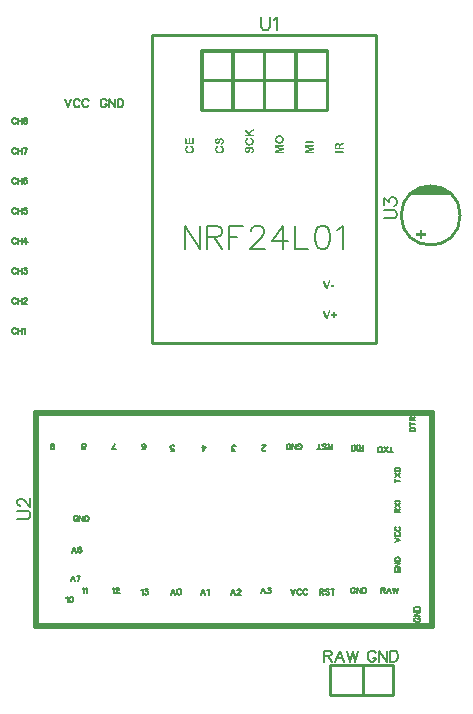
<source format=gto>
G04 Layer: TopSilkscreenLayer*
G04 EasyEDA v6.5.46, 2025-08-30 12:54:10*
G04 04c061e2933c4fd480ff2fcb95437ea8,10*
G04 Gerber Generator version 0.2*
G04 Scale: 100 percent, Rotated: No, Reflected: No *
G04 Dimensions in millimeters *
G04 leading zeros omitted , absolute positions ,4 integer and 5 decimal *
%FSLAX45Y45*%
%MOMM*%

%ADD10C,0.1500*%
%ADD11C,0.2032*%
%ADD12C,0.1524*%
%ADD13C,0.2540*%

%LPD*%
G36*
X2992628Y-1323848D02*
G01*
X2990697Y-1324203D01*
X2987548Y-1325372D01*
X2983738Y-1327200D01*
X2979420Y-1329690D01*
X2975051Y-1332687D01*
X2971038Y-1336040D01*
X2967482Y-1339545D01*
X2966059Y-1341424D01*
X2964942Y-1343406D01*
X2963773Y-1339037D01*
X2962198Y-1335278D01*
X2960319Y-1332179D01*
X2958084Y-1329690D01*
X2955493Y-1327708D01*
X2952496Y-1326235D01*
X2949143Y-1325422D01*
X2945384Y-1325118D01*
X2941523Y-1325422D01*
X2938018Y-1326388D01*
X2934665Y-1328013D01*
X2931668Y-1330452D01*
X2929382Y-1333195D01*
X2927604Y-1336294D01*
X2926588Y-1339291D01*
X2925724Y-1346403D01*
X2925572Y-1368806D01*
X2936494Y-1368806D01*
X2936544Y-1352092D01*
X2937052Y-1347012D01*
X2937510Y-1345438D01*
X2939034Y-1343152D01*
X2941066Y-1341374D01*
X2943453Y-1340256D01*
X2946146Y-1339850D01*
X2947974Y-1339951D01*
X2951022Y-1340866D01*
X2952242Y-1341628D01*
X2954020Y-1344015D01*
X2955290Y-1347216D01*
X2956052Y-1351127D01*
X2956306Y-1355852D01*
X2956306Y-1368806D01*
X2925572Y-1368806D01*
X2925724Y-1376629D01*
X2926080Y-1378508D01*
X2926740Y-1380083D01*
X2927604Y-1381252D01*
X2928874Y-1382115D01*
X2930448Y-1382776D01*
X2932328Y-1383182D01*
X2991612Y-1383182D01*
X2993390Y-1382826D01*
X2994914Y-1382268D01*
X2996184Y-1381506D01*
X2997200Y-1380388D01*
X2997911Y-1379169D01*
X2998317Y-1377746D01*
X2998470Y-1376172D01*
X2998317Y-1374597D01*
X2997911Y-1373174D01*
X2997200Y-1371955D01*
X2995015Y-1369923D01*
X2993542Y-1369314D01*
X2991713Y-1368907D01*
X2966466Y-1368806D01*
X2966567Y-1361897D01*
X2967177Y-1358747D01*
X2968345Y-1356106D01*
X2970123Y-1353566D01*
X2971292Y-1352296D01*
X2974695Y-1349756D01*
X2979420Y-1346708D01*
X2995269Y-1337157D01*
X2996641Y-1335786D01*
X2997758Y-1334109D01*
X2998368Y-1331925D01*
X2998419Y-1329740D01*
X2998063Y-1327962D01*
X2997200Y-1326438D01*
X2995422Y-1324610D01*
X2994101Y-1324051D01*
G37*
G36*
X2933192Y-1399540D02*
G01*
X2929229Y-1400048D01*
X2927756Y-1400657D01*
X2925572Y-1402689D01*
X2924860Y-1403908D01*
X2924454Y-1405331D01*
X2924302Y-1406906D01*
X2924454Y-1408379D01*
X2924860Y-1409700D01*
X2925572Y-1410919D01*
X2926588Y-1411986D01*
X2927858Y-1412849D01*
X2929382Y-1413510D01*
X2933192Y-1414018D01*
X2989580Y-1414018D01*
X2993390Y-1413510D01*
X2994914Y-1412849D01*
X2996184Y-1411986D01*
X2997200Y-1410919D01*
X2997911Y-1409700D01*
X2998317Y-1408379D01*
X2998470Y-1406906D01*
X2998317Y-1405331D01*
X2997911Y-1403908D01*
X2997200Y-1402689D01*
X2995015Y-1400657D01*
X2993542Y-1400048D01*
X2989580Y-1399540D01*
G37*
G36*
X2679192Y-1316228D02*
G01*
X2677058Y-1316329D01*
X2675229Y-1316736D01*
X2673756Y-1317396D01*
X2672588Y-1318260D01*
X2671572Y-1319377D01*
X2670860Y-1320596D01*
X2670454Y-1322019D01*
X2670302Y-1323594D01*
X2670454Y-1325067D01*
X2670860Y-1326388D01*
X2671572Y-1327607D01*
X2672588Y-1328674D01*
X2673858Y-1329537D01*
X2675382Y-1330198D01*
X2679192Y-1330706D01*
X2735580Y-1330706D01*
X2739390Y-1330198D01*
X2740914Y-1329588D01*
X2742184Y-1328674D01*
X2743200Y-1327607D01*
X2743911Y-1326388D01*
X2744317Y-1325067D01*
X2744470Y-1323594D01*
X2744317Y-1322019D01*
X2743911Y-1320596D01*
X2743200Y-1319377D01*
X2741015Y-1317345D01*
X2739542Y-1316736D01*
X2737713Y-1316329D01*
G37*
G36*
X2679700Y-1346200D02*
G01*
X2677515Y-1346352D01*
X2675686Y-1346809D01*
X2674315Y-1347622D01*
X2672588Y-1350010D01*
X2671673Y-1353159D01*
X2671572Y-1359662D01*
X2671775Y-1363167D01*
X2672334Y-1365504D01*
X2673350Y-1367231D01*
X2674874Y-1368298D01*
X2681224Y-1370330D01*
X2720340Y-1380744D01*
X2679192Y-1391666D01*
X2676042Y-1392682D01*
X2674061Y-1393647D01*
X2672791Y-1394917D01*
X2671978Y-1396847D01*
X2671622Y-1399794D01*
X2671673Y-1408176D01*
X2672029Y-1409954D01*
X2672588Y-1411478D01*
X2674315Y-1413865D01*
X2675686Y-1414627D01*
X2677515Y-1415135D01*
X2679700Y-1415288D01*
X2736342Y-1415288D01*
X2739898Y-1414780D01*
X2741320Y-1414119D01*
X2743352Y-1412290D01*
X2744368Y-1410004D01*
X2744368Y-1407210D01*
X2743352Y-1404670D01*
X2742438Y-1403604D01*
X2741320Y-1402842D01*
X2739898Y-1402283D01*
X2738221Y-1401927D01*
X2686812Y-1401826D01*
X2737815Y-1388973D01*
X2741269Y-1387297D01*
X2742641Y-1385925D01*
X2743758Y-1384147D01*
X2744368Y-1381963D01*
X2744368Y-1379169D01*
X2744012Y-1377746D01*
X2742692Y-1375410D01*
X2740863Y-1373886D01*
X2738882Y-1372870D01*
X2732532Y-1371092D01*
X2686812Y-1359408D01*
X2738221Y-1359306D01*
X2739898Y-1358950D01*
X2741320Y-1358392D01*
X2742438Y-1357630D01*
X2743352Y-1356664D01*
X2743962Y-1355547D01*
X2744368Y-1354226D01*
X2744368Y-1351381D01*
X2743962Y-1350060D01*
X2743352Y-1348943D01*
X2742438Y-1347978D01*
X2741320Y-1347216D01*
X2739898Y-1346657D01*
X2738221Y-1346301D01*
G37*
G36*
X2453386Y-1264412D02*
G01*
X2447899Y-1264666D01*
X2442768Y-1265428D01*
X2438095Y-1266698D01*
X2433828Y-1268476D01*
X2429865Y-1270863D01*
X2426411Y-1273657D01*
X2423414Y-1276959D01*
X2420874Y-1280668D01*
X2418892Y-1284833D01*
X2417470Y-1289354D01*
X2416606Y-1294333D01*
X2416302Y-1299718D01*
X2427986Y-1299718D01*
X2428138Y-1296771D01*
X2428697Y-1293977D01*
X2429560Y-1291437D01*
X2430780Y-1289050D01*
X2432456Y-1286764D01*
X2434539Y-1284782D01*
X2436926Y-1283106D01*
X2439670Y-1281684D01*
X2442616Y-1280566D01*
X2445816Y-1279753D01*
X2449322Y-1279296D01*
X2453132Y-1279144D01*
X2457297Y-1279296D01*
X2461056Y-1279855D01*
X2464511Y-1280718D01*
X2467610Y-1281938D01*
X2470302Y-1283462D01*
X2472639Y-1285189D01*
X2474518Y-1287119D01*
X2475992Y-1289304D01*
X2477211Y-1291742D01*
X2478074Y-1294333D01*
X2478633Y-1296974D01*
X2478684Y-1301851D01*
X2477922Y-1305763D01*
X2476398Y-1309319D01*
X2473960Y-1312519D01*
X2470708Y-1315262D01*
X2466644Y-1317396D01*
X2464308Y-1318260D01*
X2458974Y-1319377D01*
X2453132Y-1319784D01*
X2447340Y-1319428D01*
X2442210Y-1318260D01*
X2437841Y-1316482D01*
X2435961Y-1315415D01*
X2434336Y-1314196D01*
X2431592Y-1311198D01*
X2429510Y-1307846D01*
X2428341Y-1303934D01*
X2427986Y-1299718D01*
X2416302Y-1299718D01*
X2416454Y-1303782D01*
X2416911Y-1307592D01*
X2417724Y-1311148D01*
X2418842Y-1314450D01*
X2420366Y-1317498D01*
X2422144Y-1320342D01*
X2424176Y-1322984D01*
X2426462Y-1325372D01*
X2429002Y-1327505D01*
X2431796Y-1329385D01*
X2434844Y-1330960D01*
X2438146Y-1332230D01*
X2441651Y-1333246D01*
X2445308Y-1333957D01*
X2449169Y-1334363D01*
X2453132Y-1334516D01*
X2457094Y-1334363D01*
X2460955Y-1333957D01*
X2464612Y-1333246D01*
X2468118Y-1332230D01*
X2471521Y-1330960D01*
X2474671Y-1329436D01*
X2477516Y-1327658D01*
X2480056Y-1325626D01*
X2482342Y-1323187D01*
X2484374Y-1320546D01*
X2486152Y-1317599D01*
X2487676Y-1314450D01*
X2488895Y-1311046D01*
X2489758Y-1307388D01*
X2490317Y-1303528D01*
X2490470Y-1299464D01*
X2490317Y-1295400D01*
X2489758Y-1291539D01*
X2488895Y-1287881D01*
X2487676Y-1284478D01*
X2486253Y-1281328D01*
X2484475Y-1278432D01*
X2482443Y-1275842D01*
X2477516Y-1271422D01*
X2474722Y-1269542D01*
X2471674Y-1267968D01*
X2468372Y-1266698D01*
X2464866Y-1265682D01*
X2461209Y-1264970D01*
X2457348Y-1264564D01*
G37*
G36*
X2425700Y-1346200D02*
G01*
X2423515Y-1346352D01*
X2421686Y-1346809D01*
X2420315Y-1347622D01*
X2418588Y-1350010D01*
X2417673Y-1353159D01*
X2417572Y-1359662D01*
X2417775Y-1363167D01*
X2418334Y-1365504D01*
X2419350Y-1367231D01*
X2420874Y-1368298D01*
X2427224Y-1370330D01*
X2466340Y-1380744D01*
X2425192Y-1391666D01*
X2422042Y-1392682D01*
X2420061Y-1393647D01*
X2418791Y-1394917D01*
X2417978Y-1396847D01*
X2417622Y-1399794D01*
X2417673Y-1408176D01*
X2418029Y-1409954D01*
X2418588Y-1411478D01*
X2420315Y-1413865D01*
X2421686Y-1414627D01*
X2423515Y-1415135D01*
X2425700Y-1415288D01*
X2482342Y-1415288D01*
X2485898Y-1414780D01*
X2487320Y-1414119D01*
X2489352Y-1412290D01*
X2490368Y-1410004D01*
X2490368Y-1407210D01*
X2489352Y-1404670D01*
X2488438Y-1403604D01*
X2487320Y-1402842D01*
X2485898Y-1402283D01*
X2484221Y-1401927D01*
X2432812Y-1401826D01*
X2483815Y-1388973D01*
X2487269Y-1387297D01*
X2488641Y-1385925D01*
X2489758Y-1384147D01*
X2490368Y-1381963D01*
X2490368Y-1379169D01*
X2490012Y-1377746D01*
X2488692Y-1375410D01*
X2486863Y-1373886D01*
X2484882Y-1372870D01*
X2478532Y-1371092D01*
X2432812Y-1359408D01*
X2484221Y-1359306D01*
X2485898Y-1358950D01*
X2487320Y-1358392D01*
X2488438Y-1357630D01*
X2489352Y-1356664D01*
X2489962Y-1355547D01*
X2490368Y-1354226D01*
X2490368Y-1351381D01*
X2489962Y-1350060D01*
X2489352Y-1348943D01*
X2488438Y-1347978D01*
X2487320Y-1347216D01*
X2485898Y-1346657D01*
X2484221Y-1346301D01*
G37*
G36*
X2230628Y-1212850D02*
G01*
X2228342Y-1213104D01*
X2226056Y-1213866D01*
X2223566Y-1215186D01*
X2191766Y-1237488D01*
X2173478Y-1218285D01*
X2171903Y-1217218D01*
X2170277Y-1216609D01*
X2168652Y-1216406D01*
X2167432Y-1216507D01*
X2165248Y-1217523D01*
X2163470Y-1219504D01*
X2162810Y-1220724D01*
X2162403Y-1222044D01*
X2162352Y-1224635D01*
X2162860Y-1226515D01*
X2163927Y-1228140D01*
X2165553Y-1229918D01*
X2196338Y-1259332D01*
X2171192Y-1259332D01*
X2167229Y-1259840D01*
X2165756Y-1260449D01*
X2163572Y-1262481D01*
X2162860Y-1263700D01*
X2162454Y-1265123D01*
X2162302Y-1266698D01*
X2162454Y-1268272D01*
X2162860Y-1269644D01*
X2163572Y-1270812D01*
X2165858Y-1272641D01*
X2167382Y-1273302D01*
X2171192Y-1273810D01*
X2227427Y-1273759D01*
X2231339Y-1273352D01*
X2232914Y-1272794D01*
X2234336Y-1271625D01*
X2235454Y-1270254D01*
X2236216Y-1268476D01*
X2236470Y-1266698D01*
X2236317Y-1265123D01*
X2235911Y-1263700D01*
X2235200Y-1262481D01*
X2233015Y-1260449D01*
X2231542Y-1259840D01*
X2229713Y-1259433D01*
X2212848Y-1259332D01*
X2201418Y-1247394D01*
X2232710Y-1227175D01*
X2234488Y-1225651D01*
X2235758Y-1223721D01*
X2236368Y-1221181D01*
X2236368Y-1218234D01*
X2235454Y-1215694D01*
X2234692Y-1214628D01*
X2232761Y-1213307D01*
X2231745Y-1212951D01*
G37*
G36*
X2184146Y-1287018D02*
G01*
X2181809Y-1287272D01*
X2179421Y-1287983D01*
X2176983Y-1289151D01*
X2174494Y-1290828D01*
X2172055Y-1292809D01*
X2169820Y-1295146D01*
X2167737Y-1297889D01*
X2165858Y-1300988D01*
X2164283Y-1304544D01*
X2163165Y-1308303D01*
X2162505Y-1312265D01*
X2162302Y-1316482D01*
X2162454Y-1319987D01*
X2162911Y-1323390D01*
X2163724Y-1326743D01*
X2164842Y-1329944D01*
X2166264Y-1333042D01*
X2167940Y-1335887D01*
X2169922Y-1338630D01*
X2172208Y-1341120D01*
X2174849Y-1343253D01*
X2177745Y-1345184D01*
X2180844Y-1346860D01*
X2184146Y-1348232D01*
X2187600Y-1349349D01*
X2191258Y-1350111D01*
X2195220Y-1350619D01*
X2202027Y-1350721D01*
X2207107Y-1350213D01*
X2211933Y-1349197D01*
X2216353Y-1347673D01*
X2220518Y-1345641D01*
X2224328Y-1343253D01*
X2227732Y-1340307D01*
X2230678Y-1336903D01*
X2232964Y-1333042D01*
X2234742Y-1328724D01*
X2235911Y-1324051D01*
X2236419Y-1318971D01*
X2236317Y-1312519D01*
X2235860Y-1309116D01*
X2235047Y-1305915D01*
X2232710Y-1300327D01*
X2231288Y-1297940D01*
X2229662Y-1295755D01*
X2225903Y-1292199D01*
X2221992Y-1289558D01*
X2219960Y-1288542D01*
X2216099Y-1287373D01*
X2212594Y-1287018D01*
X2211273Y-1287119D01*
X2208987Y-1288034D01*
X2207260Y-1289710D01*
X2206345Y-1291894D01*
X2206345Y-1294536D01*
X2207260Y-1296822D01*
X2208022Y-1297686D01*
X2210054Y-1298905D01*
X2215438Y-1301140D01*
X2217928Y-1302562D01*
X2220010Y-1304290D01*
X2221738Y-1306322D01*
X2223058Y-1308608D01*
X2224024Y-1311148D01*
X2224582Y-1313942D01*
X2224786Y-1316990D01*
X2224633Y-1319834D01*
X2224176Y-1322476D01*
X2223363Y-1324914D01*
X2222246Y-1327150D01*
X2220671Y-1329080D01*
X2218740Y-1330807D01*
X2216505Y-1332382D01*
X2213864Y-1333754D01*
X2210917Y-1334770D01*
X2207564Y-1335481D01*
X2203907Y-1335887D01*
X2199894Y-1336040D01*
X2194001Y-1335684D01*
X2188870Y-1334719D01*
X2184349Y-1333042D01*
X2180590Y-1330706D01*
X2177694Y-1327810D01*
X2175611Y-1324457D01*
X2174392Y-1320698D01*
X2173986Y-1316482D01*
X2174138Y-1313789D01*
X2174595Y-1311351D01*
X2175408Y-1309116D01*
X2176526Y-1307084D01*
X2178050Y-1305255D01*
X2179878Y-1303528D01*
X2187194Y-1298752D01*
X2188972Y-1297178D01*
X2190140Y-1295552D01*
X2190496Y-1293114D01*
X2189988Y-1290777D01*
X2188464Y-1288796D01*
X2186482Y-1287475D01*
X2185365Y-1287119D01*
G37*
G36*
X2213610Y-1360170D02*
G01*
X2211019Y-1360271D01*
X2206447Y-1361287D01*
X2202738Y-1363218D01*
X2199690Y-1365859D01*
X2197150Y-1369314D01*
X2195118Y-1373479D01*
X2191766Y-1383893D01*
X2189632Y-1392529D01*
X2188057Y-1396746D01*
X2186889Y-1398828D01*
X2185619Y-1400454D01*
X2183993Y-1401622D01*
X2182114Y-1402232D01*
X2181098Y-1402334D01*
X2179421Y-1402130D01*
X2177846Y-1401419D01*
X2176475Y-1400352D01*
X2174138Y-1397000D01*
X2173325Y-1394917D01*
X2172868Y-1392529D01*
X2172716Y-1389888D01*
X2172868Y-1387043D01*
X2173274Y-1384604D01*
X2173986Y-1382623D01*
X2175002Y-1380998D01*
X2177745Y-1378458D01*
X2183739Y-1374902D01*
X2185416Y-1373378D01*
X2186381Y-1371854D01*
X2186686Y-1369822D01*
X2186584Y-1368501D01*
X2185568Y-1366215D01*
X2183485Y-1364386D01*
X2182317Y-1363726D01*
X2179828Y-1363218D01*
X2176983Y-1363573D01*
X2173986Y-1364742D01*
X2171192Y-1366621D01*
X2168398Y-1369314D01*
X2167077Y-1371041D01*
X2164943Y-1375105D01*
X2163318Y-1379982D01*
X2162403Y-1385671D01*
X2162454Y-1392834D01*
X2162911Y-1396492D01*
X2163724Y-1399946D01*
X2164842Y-1403096D01*
X2166213Y-1405991D01*
X2167890Y-1408480D01*
X2169820Y-1410665D01*
X2171954Y-1412494D01*
X2174341Y-1413916D01*
X2176830Y-1414983D01*
X2179523Y-1415592D01*
X2182368Y-1415796D01*
X2185416Y-1415592D01*
X2188159Y-1415034D01*
X2190597Y-1414068D01*
X2192782Y-1412748D01*
X2194712Y-1411071D01*
X2196439Y-1409141D01*
X2198014Y-1406906D01*
X2200605Y-1401673D01*
X2202789Y-1395171D01*
X2205990Y-1382268D01*
X2207514Y-1379220D01*
X2209546Y-1376680D01*
X2210765Y-1375664D01*
X2212136Y-1374952D01*
X2213711Y-1374546D01*
X2215388Y-1374394D01*
X2217470Y-1374648D01*
X2219401Y-1375410D01*
X2221128Y-1376680D01*
X2222754Y-1378458D01*
X2224074Y-1380642D01*
X2225040Y-1383131D01*
X2225598Y-1385976D01*
X2225802Y-1389126D01*
X2225446Y-1393240D01*
X2224278Y-1396492D01*
X2222550Y-1399184D01*
X2220468Y-1401064D01*
X2214880Y-1404112D01*
X2212289Y-1405229D01*
X2210562Y-1406652D01*
X2209393Y-1408379D01*
X2209038Y-1410462D01*
X2209139Y-1411884D01*
X2209495Y-1413205D01*
X2210816Y-1415288D01*
X2213000Y-1416608D01*
X2214168Y-1416964D01*
X2215388Y-1417066D01*
X2217674Y-1416862D01*
X2220010Y-1416304D01*
X2222398Y-1415338D01*
X2224786Y-1414018D01*
X2227072Y-1412392D01*
X2229104Y-1410512D01*
X2230882Y-1408430D01*
X2232406Y-1406144D01*
X2234184Y-1402486D01*
X2235454Y-1398320D01*
X2236216Y-1393698D01*
X2236470Y-1388618D01*
X2236266Y-1384350D01*
X2235708Y-1380337D01*
X2234742Y-1376730D01*
X2233422Y-1373378D01*
X2231847Y-1370279D01*
X2230018Y-1367586D01*
X2227783Y-1365351D01*
X2225294Y-1363472D01*
X2222652Y-1362049D01*
X2219807Y-1360982D01*
X2216810Y-1360373D01*
G37*
G36*
X1959610Y-1286256D02*
G01*
X1957019Y-1286357D01*
X1952447Y-1287272D01*
X1950466Y-1288034D01*
X1947164Y-1290370D01*
X1944370Y-1293368D01*
X1942084Y-1297228D01*
X1940306Y-1301750D01*
X1937004Y-1312672D01*
X1935225Y-1319784D01*
X1934514Y-1321816D01*
X1932279Y-1325676D01*
X1930907Y-1327150D01*
X1929079Y-1327912D01*
X1927098Y-1328166D01*
X1925421Y-1327962D01*
X1923846Y-1327353D01*
X1922475Y-1326286D01*
X1921256Y-1324864D01*
X1920138Y-1322984D01*
X1919325Y-1320800D01*
X1918868Y-1318361D01*
X1918716Y-1315720D01*
X1918868Y-1312875D01*
X1919274Y-1310487D01*
X1919986Y-1308557D01*
X1921002Y-1307084D01*
X1923745Y-1304493D01*
X1929739Y-1300784D01*
X1931416Y-1299464D01*
X1932381Y-1297889D01*
X1932686Y-1295654D01*
X1932584Y-1294333D01*
X1931568Y-1292047D01*
X1930654Y-1291082D01*
X1928317Y-1289761D01*
X1927098Y-1289405D01*
X1924405Y-1289405D01*
X1921510Y-1290167D01*
X1918563Y-1291590D01*
X1915769Y-1293876D01*
X1913077Y-1297025D01*
X1911908Y-1298905D01*
X1910080Y-1303274D01*
X1908759Y-1308557D01*
X1908403Y-1311503D01*
X1908454Y-1318768D01*
X1908911Y-1322527D01*
X1909724Y-1325981D01*
X1910842Y-1329182D01*
X1912213Y-1332077D01*
X1913889Y-1334566D01*
X1915820Y-1336751D01*
X1917954Y-1338580D01*
X1920341Y-1339900D01*
X1922830Y-1340866D01*
X1925523Y-1341424D01*
X1928368Y-1341628D01*
X1931416Y-1341424D01*
X1934159Y-1340866D01*
X1936597Y-1339900D01*
X1938782Y-1338580D01*
X1940712Y-1336903D01*
X1942439Y-1335024D01*
X1944014Y-1332839D01*
X1945386Y-1330452D01*
X1947722Y-1324559D01*
X1951989Y-1308354D01*
X1953514Y-1305153D01*
X1955546Y-1302766D01*
X1956765Y-1301750D01*
X1958136Y-1301038D01*
X1959711Y-1300632D01*
X1961388Y-1300480D01*
X1963470Y-1300734D01*
X1965401Y-1301496D01*
X1967128Y-1302766D01*
X1968754Y-1304544D01*
X1970074Y-1306728D01*
X1971039Y-1309166D01*
X1971598Y-1311910D01*
X1971802Y-1314958D01*
X1971446Y-1319276D01*
X1970278Y-1322578D01*
X1968550Y-1325067D01*
X1966468Y-1326896D01*
X1963928Y-1328572D01*
X1958289Y-1331264D01*
X1956562Y-1332738D01*
X1955393Y-1334465D01*
X1955038Y-1336548D01*
X1955139Y-1337868D01*
X1956054Y-1340154D01*
X1956816Y-1341120D01*
X1959000Y-1342644D01*
X1961388Y-1343152D01*
X1963674Y-1342948D01*
X1966010Y-1342390D01*
X1968398Y-1341424D01*
X1970786Y-1340104D01*
X1973072Y-1338427D01*
X1975104Y-1336548D01*
X1976882Y-1334363D01*
X1978406Y-1331976D01*
X1980184Y-1328318D01*
X1981454Y-1324203D01*
X1982216Y-1319682D01*
X1982470Y-1314704D01*
X1982266Y-1310386D01*
X1981707Y-1306372D01*
X1980742Y-1302664D01*
X1979422Y-1299210D01*
X1977847Y-1296212D01*
X1976018Y-1293622D01*
X1973783Y-1291386D01*
X1971293Y-1289558D01*
X1968652Y-1288135D01*
X1965807Y-1287068D01*
X1962810Y-1286459D01*
G37*
G36*
X1958593Y-1353566D02*
G01*
X1957273Y-1353667D01*
X1954987Y-1354582D01*
X1954022Y-1355344D01*
X1952701Y-1357477D01*
X1952243Y-1359916D01*
X1952345Y-1361338D01*
X1952701Y-1362506D01*
X1953260Y-1363472D01*
X1954987Y-1364945D01*
X1957273Y-1366113D01*
X1961438Y-1367790D01*
X1963928Y-1369314D01*
X1966010Y-1371092D01*
X1967738Y-1373124D01*
X1969058Y-1375410D01*
X1970024Y-1377950D01*
X1970582Y-1380744D01*
X1970786Y-1383792D01*
X1970633Y-1386484D01*
X1970176Y-1389075D01*
X1969363Y-1391462D01*
X1968246Y-1393698D01*
X1966671Y-1395730D01*
X1964740Y-1397508D01*
X1962505Y-1399032D01*
X1959864Y-1400302D01*
X1956917Y-1401419D01*
X1953564Y-1402181D01*
X1949907Y-1402689D01*
X1945893Y-1402842D01*
X1940001Y-1402486D01*
X1934870Y-1401521D01*
X1930349Y-1399844D01*
X1926589Y-1397508D01*
X1923694Y-1394612D01*
X1921611Y-1391259D01*
X1920392Y-1387500D01*
X1919986Y-1383284D01*
X1920138Y-1380591D01*
X1920595Y-1378051D01*
X1921408Y-1375765D01*
X1922525Y-1373632D01*
X1924050Y-1371803D01*
X1925878Y-1370076D01*
X1930400Y-1367028D01*
X1933193Y-1365402D01*
X1935632Y-1363268D01*
X1936140Y-1362303D01*
X1936496Y-1359916D01*
X1935988Y-1357579D01*
X1934464Y-1355598D01*
X1932482Y-1354277D01*
X1931365Y-1353921D01*
X1930146Y-1353820D01*
X1927809Y-1354023D01*
X1925421Y-1354683D01*
X1922983Y-1355801D01*
X1920493Y-1357376D01*
X1918055Y-1359357D01*
X1915820Y-1361744D01*
X1913737Y-1364589D01*
X1911857Y-1367790D01*
X1910283Y-1371346D01*
X1909165Y-1375105D01*
X1908505Y-1379067D01*
X1908302Y-1383284D01*
X1908454Y-1386789D01*
X1908911Y-1390192D01*
X1909724Y-1393545D01*
X1910842Y-1396746D01*
X1912264Y-1399794D01*
X1913940Y-1402638D01*
X1915922Y-1405280D01*
X1918207Y-1407668D01*
X1920849Y-1409903D01*
X1923745Y-1411833D01*
X1926843Y-1413459D01*
X1933600Y-1415897D01*
X1937257Y-1416659D01*
X1941220Y-1417167D01*
X1948027Y-1417269D01*
X1953107Y-1416761D01*
X1957933Y-1415846D01*
X1962353Y-1414424D01*
X1966518Y-1412443D01*
X1970328Y-1410055D01*
X1972056Y-1408684D01*
X1975307Y-1405229D01*
X1977898Y-1401572D01*
X1979930Y-1397558D01*
X1981454Y-1393190D01*
X1982216Y-1388313D01*
X1982470Y-1382776D01*
X1982317Y-1379220D01*
X1981860Y-1375867D01*
X1981047Y-1372717D01*
X1978710Y-1367129D01*
X1977288Y-1364742D01*
X1975662Y-1362557D01*
X1971903Y-1358900D01*
X1969973Y-1357426D01*
X1965960Y-1355344D01*
X1962099Y-1354023D01*
G37*
G36*
X1721612Y-1285494D02*
G01*
X1719122Y-1285849D01*
X1717293Y-1287018D01*
X1716125Y-1289253D01*
X1715770Y-1292352D01*
X1715770Y-1326134D01*
X1695196Y-1326134D01*
X1695094Y-1294384D01*
X1694332Y-1291945D01*
X1692859Y-1290320D01*
X1690979Y-1289405D01*
X1688642Y-1289405D01*
X1686610Y-1290320D01*
X1685137Y-1291945D01*
X1684629Y-1293063D01*
X1684274Y-1295908D01*
X1684274Y-1326134D01*
X1666748Y-1326134D01*
X1666646Y-1291691D01*
X1665884Y-1289202D01*
X1664411Y-1287526D01*
X1662379Y-1286611D01*
X1659940Y-1286611D01*
X1657908Y-1287526D01*
X1656435Y-1289202D01*
X1655927Y-1290320D01*
X1655572Y-1293368D01*
X1655622Y-1333195D01*
X1656130Y-1335735D01*
X1657045Y-1337716D01*
X1657654Y-1338529D01*
X1659382Y-1339596D01*
X1661668Y-1340358D01*
X1664462Y-1340612D01*
X1718310Y-1340612D01*
X1722323Y-1340104D01*
X1723898Y-1339443D01*
X1725168Y-1338580D01*
X1726031Y-1337310D01*
X1726692Y-1335735D01*
X1727200Y-1331722D01*
X1727098Y-1290675D01*
X1726336Y-1288034D01*
X1725675Y-1287018D01*
X1723898Y-1285849D01*
G37*
G36*
X1704593Y-1353566D02*
G01*
X1703273Y-1353667D01*
X1700987Y-1354582D01*
X1700022Y-1355344D01*
X1698701Y-1357477D01*
X1698243Y-1359916D01*
X1698345Y-1361338D01*
X1698701Y-1362506D01*
X1699260Y-1363472D01*
X1700987Y-1364945D01*
X1703273Y-1366113D01*
X1707438Y-1367790D01*
X1709928Y-1369314D01*
X1712010Y-1371092D01*
X1713738Y-1373124D01*
X1715058Y-1375410D01*
X1716024Y-1377950D01*
X1716582Y-1380744D01*
X1716786Y-1383792D01*
X1716633Y-1386484D01*
X1716176Y-1389075D01*
X1715363Y-1391462D01*
X1714246Y-1393698D01*
X1712671Y-1395730D01*
X1710740Y-1397508D01*
X1708505Y-1399032D01*
X1705864Y-1400302D01*
X1702917Y-1401419D01*
X1699564Y-1402181D01*
X1695907Y-1402689D01*
X1691893Y-1402842D01*
X1686001Y-1402486D01*
X1680870Y-1401521D01*
X1676349Y-1399844D01*
X1672589Y-1397508D01*
X1669694Y-1394612D01*
X1667611Y-1391259D01*
X1666392Y-1387500D01*
X1665986Y-1383284D01*
X1666138Y-1380591D01*
X1666595Y-1378051D01*
X1667408Y-1375765D01*
X1668525Y-1373632D01*
X1670050Y-1371803D01*
X1671878Y-1370076D01*
X1676400Y-1367028D01*
X1679193Y-1365402D01*
X1681632Y-1363268D01*
X1682140Y-1362303D01*
X1682496Y-1359916D01*
X1681988Y-1357579D01*
X1680464Y-1355598D01*
X1678482Y-1354277D01*
X1677365Y-1353921D01*
X1676146Y-1353820D01*
X1673809Y-1354023D01*
X1671421Y-1354683D01*
X1668983Y-1355801D01*
X1666493Y-1357376D01*
X1664055Y-1359357D01*
X1661820Y-1361744D01*
X1659737Y-1364589D01*
X1657857Y-1367790D01*
X1656283Y-1371346D01*
X1655165Y-1375105D01*
X1654505Y-1379067D01*
X1654302Y-1383284D01*
X1654454Y-1386789D01*
X1654911Y-1390192D01*
X1655724Y-1393545D01*
X1656842Y-1396746D01*
X1658264Y-1399794D01*
X1659940Y-1402638D01*
X1661922Y-1405280D01*
X1664207Y-1407668D01*
X1666849Y-1409903D01*
X1669745Y-1411833D01*
X1672843Y-1413459D01*
X1679600Y-1415897D01*
X1683257Y-1416659D01*
X1687220Y-1417167D01*
X1694027Y-1417269D01*
X1699107Y-1416761D01*
X1703933Y-1415846D01*
X1708353Y-1414424D01*
X1712518Y-1412443D01*
X1716328Y-1410055D01*
X1718056Y-1408684D01*
X1721307Y-1405229D01*
X1723898Y-1401572D01*
X1725930Y-1397558D01*
X1727454Y-1393190D01*
X1728216Y-1388313D01*
X1728470Y-1382776D01*
X1728317Y-1379220D01*
X1727860Y-1375867D01*
X1727047Y-1372717D01*
X1724710Y-1367129D01*
X1723288Y-1364742D01*
X1721662Y-1362557D01*
X1717903Y-1358900D01*
X1715973Y-1357426D01*
X1711960Y-1355344D01*
X1708099Y-1354023D01*
G37*
G36*
X2829306Y-2492502D02*
G01*
X2827883Y-2492603D01*
X2826562Y-2493010D01*
X2825445Y-2493619D01*
X2823565Y-2495702D01*
X2822600Y-2497937D01*
X2822448Y-2499664D01*
X2823006Y-2502916D01*
X2842768Y-2557018D01*
X2843784Y-2559405D01*
X2846120Y-2563317D01*
X2847644Y-2564841D01*
X2849676Y-2565958D01*
X2852216Y-2566568D01*
X2855061Y-2566568D01*
X2857449Y-2565958D01*
X2859481Y-2564841D01*
X2861157Y-2563317D01*
X2863596Y-2559405D01*
X2884170Y-2503932D01*
X2884932Y-2501392D01*
X2885186Y-2499614D01*
X2885135Y-2498344D01*
X2884627Y-2496820D01*
X2883712Y-2495346D01*
X2882442Y-2494076D01*
X2880868Y-2493060D01*
X2879191Y-2492552D01*
X2877108Y-2492603D01*
X2875076Y-2493213D01*
X2873552Y-2494432D01*
X2872536Y-2495804D01*
X2870809Y-2500122D01*
X2853944Y-2550160D01*
X2836926Y-2499766D01*
X2835402Y-2496108D01*
X2834640Y-2494788D01*
X2833725Y-2493772D01*
X2832557Y-2493060D01*
X2831084Y-2492654D01*
G37*
G36*
X2892298Y-2533396D02*
G01*
X2890520Y-2533497D01*
X2888996Y-2533853D01*
X2887726Y-2534412D01*
X2885948Y-2536037D01*
X2885389Y-2537002D01*
X2885033Y-2538171D01*
X2884932Y-2539492D01*
X2885440Y-2541778D01*
X2886964Y-2543556D01*
X2887980Y-2544318D01*
X2889199Y-2544876D01*
X2890621Y-2545232D01*
X2909316Y-2545232D01*
X2910840Y-2544876D01*
X2912110Y-2544318D01*
X2913888Y-2542743D01*
X2914802Y-2540711D01*
X2914802Y-2538171D01*
X2914446Y-2537002D01*
X2913126Y-2535174D01*
X2912110Y-2534412D01*
X2910840Y-2533853D01*
X2909316Y-2533497D01*
G37*
G36*
X2829306Y-2746502D02*
G01*
X2827883Y-2746603D01*
X2826562Y-2747010D01*
X2825445Y-2747619D01*
X2823565Y-2749702D01*
X2822600Y-2751937D01*
X2822448Y-2753664D01*
X2823006Y-2756916D01*
X2842768Y-2811018D01*
X2843784Y-2813405D01*
X2846120Y-2817317D01*
X2847644Y-2818841D01*
X2849676Y-2819958D01*
X2852216Y-2820568D01*
X2855061Y-2820568D01*
X2857449Y-2819958D01*
X2859481Y-2818841D01*
X2861157Y-2817317D01*
X2863596Y-2813405D01*
X2884170Y-2757932D01*
X2884932Y-2755392D01*
X2885186Y-2753614D01*
X2885135Y-2752344D01*
X2884627Y-2750820D01*
X2883712Y-2749346D01*
X2882442Y-2748076D01*
X2880868Y-2747060D01*
X2879191Y-2746552D01*
X2877108Y-2746603D01*
X2875076Y-2747213D01*
X2873552Y-2748432D01*
X2872536Y-2749804D01*
X2870809Y-2754122D01*
X2853944Y-2804160D01*
X2836926Y-2753766D01*
X2835402Y-2750108D01*
X2834640Y-2748788D01*
X2833725Y-2747772D01*
X2832557Y-2747060D01*
X2831084Y-2746654D01*
G37*
G36*
X2911094Y-2758948D02*
G01*
X2911094Y-2777744D01*
X2892298Y-2777744D01*
X2892298Y-2790444D01*
X2911094Y-2790444D01*
X2911094Y-2808986D01*
X2923540Y-2808986D01*
X2923540Y-2790444D01*
X2942336Y-2790444D01*
X2942336Y-2777744D01*
X2923540Y-2777744D01*
X2923540Y-2758948D01*
G37*
D10*
X2832089Y-5626861D02*
G01*
X2832089Y-5722365D01*
X2832089Y-5626861D02*
G01*
X2872983Y-5626861D01*
X2886699Y-5631434D01*
X2891271Y-5636005D01*
X2895843Y-5644895D01*
X2895843Y-5654039D01*
X2891271Y-5663184D01*
X2886699Y-5667755D01*
X2872983Y-5672327D01*
X2832089Y-5672327D01*
X2863839Y-5672327D02*
G01*
X2895843Y-5722365D01*
X2962137Y-5626861D02*
G01*
X2925815Y-5722365D01*
X2962137Y-5626861D02*
G01*
X2998459Y-5722365D01*
X2939277Y-5690361D02*
G01*
X2984743Y-5690361D01*
X3028431Y-5626861D02*
G01*
X3051291Y-5722365D01*
X3073897Y-5626861D02*
G01*
X3051291Y-5722365D01*
X3073897Y-5626861D02*
G01*
X3096757Y-5722365D01*
X3119363Y-5626861D02*
G01*
X3096757Y-5722365D01*
X3268461Y-5649467D02*
G01*
X3264143Y-5640323D01*
X3254999Y-5631434D01*
X3245855Y-5626861D01*
X3227567Y-5626861D01*
X3218677Y-5631434D01*
X3209533Y-5640323D01*
X3204961Y-5649467D01*
X3200389Y-5663184D01*
X3200389Y-5685789D01*
X3204961Y-5699505D01*
X3209533Y-5708650D01*
X3218677Y-5717793D01*
X3227567Y-5722365D01*
X3245855Y-5722365D01*
X3254999Y-5717793D01*
X3264143Y-5708650D01*
X3268461Y-5699505D01*
X3268461Y-5685789D01*
X3245855Y-5685789D02*
G01*
X3268461Y-5685789D01*
X3298687Y-5626861D02*
G01*
X3298687Y-5722365D01*
X3298687Y-5626861D02*
G01*
X3362187Y-5722365D01*
X3362187Y-5626861D02*
G01*
X3362187Y-5722365D01*
X3392159Y-5626861D02*
G01*
X3392159Y-5722365D01*
X3392159Y-5626861D02*
G01*
X3424163Y-5626861D01*
X3437625Y-5631434D01*
X3446769Y-5640323D01*
X3451341Y-5649467D01*
X3455913Y-5663184D01*
X3455913Y-5685789D01*
X3451341Y-5699505D01*
X3446769Y-5708650D01*
X3437625Y-5717793D01*
X3424163Y-5722365D01*
X3392159Y-5722365D01*
X634987Y-953007D02*
G01*
X662165Y-1024635D01*
X689597Y-953007D02*
G01*
X662165Y-1024635D01*
X763257Y-970025D02*
G01*
X759701Y-963167D01*
X752843Y-956309D01*
X746239Y-953007D01*
X732523Y-953007D01*
X725665Y-956309D01*
X718807Y-963167D01*
X715505Y-970025D01*
X711949Y-980185D01*
X711949Y-997457D01*
X715505Y-1007617D01*
X718807Y-1014475D01*
X725665Y-1021079D01*
X732523Y-1024635D01*
X746239Y-1024635D01*
X752843Y-1021079D01*
X759701Y-1014475D01*
X763257Y-1007617D01*
X836917Y-970025D02*
G01*
X833361Y-963167D01*
X826503Y-956309D01*
X819899Y-953007D01*
X806183Y-953007D01*
X799325Y-956309D01*
X792467Y-963167D01*
X789165Y-970025D01*
X785609Y-980185D01*
X785609Y-997457D01*
X789165Y-1007617D01*
X792467Y-1014475D01*
X799325Y-1021079D01*
X806183Y-1024635D01*
X819899Y-1024635D01*
X826503Y-1021079D01*
X833361Y-1014475D01*
X836917Y-1007617D01*
X990841Y-970025D02*
G01*
X987539Y-963167D01*
X980681Y-956309D01*
X973823Y-953007D01*
X960361Y-953007D01*
X953503Y-956309D01*
X946645Y-963167D01*
X943089Y-970025D01*
X939787Y-980185D01*
X939787Y-997457D01*
X943089Y-1007617D01*
X946645Y-1014475D01*
X953503Y-1021079D01*
X960361Y-1024635D01*
X973823Y-1024635D01*
X980681Y-1021079D01*
X987539Y-1014475D01*
X990841Y-1007617D01*
X990841Y-997457D01*
X973823Y-997457D02*
G01*
X990841Y-997457D01*
X1013447Y-953007D02*
G01*
X1013447Y-1024635D01*
X1013447Y-953007D02*
G01*
X1061199Y-1024635D01*
X1061199Y-953007D02*
G01*
X1061199Y-1024635D01*
X1083551Y-953007D02*
G01*
X1083551Y-1024635D01*
X1083551Y-953007D02*
G01*
X1107427Y-953007D01*
X1117841Y-956309D01*
X1124699Y-963167D01*
X1128001Y-970025D01*
X1131303Y-980185D01*
X1131303Y-997457D01*
X1128001Y-1007617D01*
X1124699Y-1014475D01*
X1117841Y-1021079D01*
X1107427Y-1024635D01*
X1083551Y-1024635D01*
X745223Y-4494784D02*
G01*
X742937Y-4490211D01*
X738365Y-4485639D01*
X734047Y-4483353D01*
X724903Y-4483353D01*
X720331Y-4485639D01*
X715759Y-4490211D01*
X713473Y-4494784D01*
X711187Y-4501642D01*
X711187Y-4513071D01*
X713473Y-4519929D01*
X715759Y-4524247D01*
X720331Y-4528819D01*
X724903Y-4531105D01*
X734047Y-4531105D01*
X738365Y-4528819D01*
X742937Y-4524247D01*
X745223Y-4519929D01*
X745223Y-4513071D01*
X734047Y-4513071D02*
G01*
X745223Y-4513071D01*
X760209Y-4483353D02*
G01*
X760209Y-4531105D01*
X760209Y-4483353D02*
G01*
X792213Y-4531105D01*
X792213Y-4483353D02*
G01*
X792213Y-4531105D01*
X807199Y-4483353D02*
G01*
X807199Y-4531105D01*
X807199Y-4483353D02*
G01*
X822947Y-4483353D01*
X829805Y-4485639D01*
X834377Y-4490211D01*
X836663Y-4494784D01*
X838949Y-4501642D01*
X838949Y-4513071D01*
X836663Y-4519929D01*
X834377Y-4524247D01*
X829805Y-4528819D01*
X822947Y-4531105D01*
X807199Y-4531105D01*
X716775Y-4750053D02*
G01*
X698487Y-4797805D01*
X716775Y-4750053D02*
G01*
X734809Y-4797805D01*
X705345Y-4782057D02*
G01*
X727951Y-4782057D01*
X777227Y-4756911D02*
G01*
X774941Y-4752339D01*
X768083Y-4750053D01*
X763511Y-4750053D01*
X756653Y-4752339D01*
X752081Y-4759197D01*
X749795Y-4770627D01*
X749795Y-4782057D01*
X752081Y-4790947D01*
X756653Y-4795519D01*
X763511Y-4797805D01*
X765797Y-4797805D01*
X772655Y-4795519D01*
X777227Y-4790947D01*
X779513Y-4784343D01*
X779513Y-4782057D01*
X777227Y-4775200D01*
X772655Y-4770627D01*
X765797Y-4768342D01*
X763511Y-4768342D01*
X756653Y-4770627D01*
X752081Y-4775200D01*
X749795Y-4782057D01*
X704075Y-4991353D02*
G01*
X685787Y-5039105D01*
X704075Y-4991353D02*
G01*
X722109Y-5039105D01*
X692645Y-5023357D02*
G01*
X715251Y-5023357D01*
X769099Y-4991353D02*
G01*
X746239Y-5039105D01*
X737095Y-4991353D02*
G01*
X769099Y-4991353D01*
X647687Y-5178297D02*
G01*
X652259Y-5176011D01*
X659117Y-5169153D01*
X659117Y-5216905D01*
X687819Y-5169153D02*
G01*
X680961Y-5171439D01*
X676389Y-5178297D01*
X674103Y-5189727D01*
X674103Y-5196585D01*
X676389Y-5207761D01*
X680961Y-5214619D01*
X687819Y-5216905D01*
X692137Y-5216905D01*
X698995Y-5214619D01*
X703567Y-5207761D01*
X705853Y-5196585D01*
X705853Y-5189727D01*
X703567Y-5178297D01*
X698995Y-5171439D01*
X692137Y-5169153D01*
X687819Y-5169153D01*
X787387Y-5102097D02*
G01*
X791959Y-5099811D01*
X798817Y-5092953D01*
X798817Y-5140705D01*
X813803Y-5102097D02*
G01*
X818375Y-5099811D01*
X825233Y-5092953D01*
X825233Y-5140705D01*
X1041387Y-5102097D02*
G01*
X1045959Y-5099811D01*
X1052817Y-5092953D01*
X1052817Y-5140705D01*
X1070089Y-5104384D02*
G01*
X1070089Y-5102097D01*
X1072375Y-5097525D01*
X1074661Y-5095239D01*
X1079233Y-5092953D01*
X1088123Y-5092953D01*
X1092695Y-5095239D01*
X1094981Y-5097525D01*
X1097267Y-5102097D01*
X1097267Y-5106669D01*
X1094981Y-5111242D01*
X1090409Y-5118100D01*
X1067803Y-5140705D01*
X1099553Y-5140705D01*
X1282687Y-5114797D02*
G01*
X1287259Y-5112511D01*
X1294117Y-5105653D01*
X1294117Y-5153405D01*
X1313675Y-5105653D02*
G01*
X1338567Y-5105653D01*
X1324851Y-5123942D01*
X1331709Y-5123942D01*
X1336281Y-5126227D01*
X1338567Y-5128513D01*
X1340853Y-5135371D01*
X1340853Y-5139943D01*
X1338567Y-5146547D01*
X1333995Y-5151119D01*
X1327137Y-5153405D01*
X1320533Y-5153405D01*
X1313675Y-5151119D01*
X1311389Y-5148834D01*
X1309103Y-5144261D01*
X1554975Y-5105653D02*
G01*
X1536687Y-5153405D01*
X1554975Y-5105653D02*
G01*
X1573009Y-5153405D01*
X1543545Y-5137657D02*
G01*
X1566151Y-5137657D01*
X1601711Y-5105653D02*
G01*
X1594853Y-5107939D01*
X1590281Y-5114797D01*
X1587995Y-5126227D01*
X1587995Y-5133085D01*
X1590281Y-5144261D01*
X1594853Y-5151119D01*
X1601711Y-5153405D01*
X1606283Y-5153405D01*
X1613141Y-5151119D01*
X1617713Y-5144261D01*
X1619999Y-5133085D01*
X1619999Y-5126227D01*
X1617713Y-5114797D01*
X1613141Y-5107939D01*
X1606283Y-5105653D01*
X1601711Y-5105653D01*
X1808975Y-5105653D02*
G01*
X1790687Y-5153405D01*
X1808975Y-5105653D02*
G01*
X1827009Y-5153405D01*
X1797545Y-5137657D02*
G01*
X1820151Y-5137657D01*
X1841995Y-5114797D02*
G01*
X1846567Y-5112511D01*
X1853425Y-5105653D01*
X1853425Y-5153405D01*
X2062975Y-5105653D02*
G01*
X2044687Y-5153405D01*
X2062975Y-5105653D02*
G01*
X2081009Y-5153405D01*
X2051545Y-5137657D02*
G01*
X2074151Y-5137657D01*
X2098281Y-5117084D02*
G01*
X2098281Y-5114797D01*
X2100567Y-5110225D01*
X2102853Y-5107939D01*
X2107425Y-5105653D01*
X2116569Y-5105653D01*
X2121141Y-5107939D01*
X2123427Y-5110225D01*
X2125713Y-5114797D01*
X2125713Y-5119369D01*
X2123427Y-5123942D01*
X2118855Y-5130800D01*
X2095995Y-5153405D01*
X2127999Y-5153405D01*
X2316975Y-5092953D02*
G01*
X2298687Y-5140705D01*
X2316975Y-5092953D02*
G01*
X2335009Y-5140705D01*
X2305545Y-5124957D02*
G01*
X2328151Y-5124957D01*
X2354567Y-5092953D02*
G01*
X2379713Y-5092953D01*
X2365997Y-5111242D01*
X2372855Y-5111242D01*
X2377427Y-5113527D01*
X2379713Y-5115813D01*
X2381999Y-5122671D01*
X2381999Y-5127243D01*
X2379713Y-5133847D01*
X2375141Y-5138419D01*
X2368283Y-5140705D01*
X2361425Y-5140705D01*
X2354567Y-5138419D01*
X2352281Y-5136134D01*
X2349995Y-5131561D01*
X2552687Y-5105653D02*
G01*
X2570975Y-5153405D01*
X2589009Y-5105653D02*
G01*
X2570975Y-5153405D01*
X2638031Y-5117084D02*
G01*
X2635999Y-5112511D01*
X2631427Y-5107939D01*
X2626855Y-5105653D01*
X2617711Y-5105653D01*
X2613139Y-5107939D01*
X2608567Y-5112511D01*
X2606281Y-5117084D01*
X2603995Y-5123942D01*
X2603995Y-5135371D01*
X2606281Y-5142229D01*
X2608567Y-5146547D01*
X2613139Y-5151119D01*
X2617711Y-5153405D01*
X2626855Y-5153405D01*
X2631427Y-5151119D01*
X2635999Y-5146547D01*
X2638031Y-5142229D01*
X2687307Y-5117084D02*
G01*
X2685021Y-5112511D01*
X2680449Y-5107939D01*
X2675877Y-5105653D01*
X2666733Y-5105653D01*
X2662161Y-5107939D01*
X2657589Y-5112511D01*
X2655303Y-5117084D01*
X2653271Y-5123942D01*
X2653271Y-5135371D01*
X2655303Y-5142229D01*
X2657589Y-5146547D01*
X2662161Y-5151119D01*
X2666733Y-5153405D01*
X2675877Y-5153405D01*
X2680449Y-5151119D01*
X2685021Y-5146547D01*
X2687307Y-5142229D01*
X2793987Y-5105653D02*
G01*
X2793987Y-5153405D01*
X2793987Y-5105653D02*
G01*
X2814561Y-5105653D01*
X2821165Y-5107939D01*
X2823451Y-5110225D01*
X2825737Y-5114797D01*
X2825737Y-5119369D01*
X2823451Y-5123942D01*
X2821165Y-5126227D01*
X2814561Y-5128513D01*
X2793987Y-5128513D01*
X2809989Y-5128513D02*
G01*
X2825737Y-5153405D01*
X2872727Y-5112511D02*
G01*
X2868155Y-5107939D01*
X2861297Y-5105653D01*
X2852153Y-5105653D01*
X2845295Y-5107939D01*
X2840723Y-5112511D01*
X2840723Y-5117084D01*
X2843009Y-5121655D01*
X2845295Y-5123942D01*
X2849867Y-5126227D01*
X2863583Y-5130800D01*
X2868155Y-5133085D01*
X2870441Y-5135371D01*
X2872727Y-5139943D01*
X2872727Y-5146547D01*
X2868155Y-5151119D01*
X2861297Y-5153405D01*
X2852153Y-5153405D01*
X2845295Y-5151119D01*
X2840723Y-5146547D01*
X2903461Y-5105653D02*
G01*
X2903461Y-5153405D01*
X2887713Y-5105653D02*
G01*
X2919463Y-5105653D01*
X3094723Y-5104384D02*
G01*
X3092437Y-5099811D01*
X3087865Y-5095239D01*
X3083547Y-5092953D01*
X3074403Y-5092953D01*
X3069831Y-5095239D01*
X3065259Y-5099811D01*
X3062973Y-5104384D01*
X3060687Y-5111242D01*
X3060687Y-5122671D01*
X3062973Y-5129529D01*
X3065259Y-5133847D01*
X3069831Y-5138419D01*
X3074403Y-5140705D01*
X3083547Y-5140705D01*
X3087865Y-5138419D01*
X3092437Y-5133847D01*
X3094723Y-5129529D01*
X3094723Y-5122671D01*
X3083547Y-5122671D02*
G01*
X3094723Y-5122671D01*
X3109709Y-5092953D02*
G01*
X3109709Y-5140705D01*
X3109709Y-5092953D02*
G01*
X3141713Y-5140705D01*
X3141713Y-5092953D02*
G01*
X3141713Y-5140705D01*
X3156699Y-5092953D02*
G01*
X3156699Y-5140705D01*
X3156699Y-5092953D02*
G01*
X3172447Y-5092953D01*
X3179305Y-5095239D01*
X3183877Y-5099811D01*
X3186163Y-5104384D01*
X3188449Y-5111242D01*
X3188449Y-5122671D01*
X3186163Y-5129529D01*
X3183877Y-5133847D01*
X3179305Y-5138419D01*
X3172447Y-5140705D01*
X3156699Y-5140705D01*
X3314687Y-5092953D02*
G01*
X3314687Y-5140705D01*
X3314687Y-5092953D02*
G01*
X3335261Y-5092953D01*
X3341865Y-5095239D01*
X3344151Y-5097525D01*
X3346437Y-5102097D01*
X3346437Y-5106669D01*
X3344151Y-5111242D01*
X3341865Y-5113527D01*
X3335261Y-5115813D01*
X3314687Y-5115813D01*
X3330689Y-5115813D02*
G01*
X3346437Y-5140705D01*
X3379711Y-5092953D02*
G01*
X3361423Y-5140705D01*
X3379711Y-5092953D02*
G01*
X3397999Y-5140705D01*
X3368281Y-5124957D02*
G01*
X3391141Y-5124957D01*
X3412985Y-5092953D02*
G01*
X3424161Y-5140705D01*
X3435591Y-5092953D02*
G01*
X3424161Y-5140705D01*
X3435591Y-5092953D02*
G01*
X3447021Y-5140705D01*
X3458451Y-5092953D02*
G01*
X3447021Y-5140705D01*
X3605784Y-5350776D02*
G01*
X3601211Y-5353062D01*
X3596639Y-5357634D01*
X3594354Y-5361952D01*
X3594354Y-5371096D01*
X3596639Y-5375668D01*
X3601211Y-5380240D01*
X3605784Y-5382526D01*
X3612641Y-5384812D01*
X3624072Y-5384812D01*
X3630929Y-5382526D01*
X3635247Y-5380240D01*
X3639820Y-5375668D01*
X3642105Y-5371096D01*
X3642105Y-5361952D01*
X3639820Y-5357634D01*
X3635247Y-5353062D01*
X3630929Y-5350776D01*
X3624072Y-5350776D01*
X3624072Y-5361952D02*
G01*
X3624072Y-5350776D01*
X3594354Y-5335790D02*
G01*
X3642105Y-5335790D01*
X3594354Y-5335790D02*
G01*
X3642105Y-5303786D01*
X3594354Y-5303786D02*
G01*
X3642105Y-5303786D01*
X3594354Y-5288800D02*
G01*
X3642105Y-5288800D01*
X3594354Y-5288800D02*
G01*
X3594354Y-5273052D01*
X3596639Y-5266194D01*
X3601211Y-5261622D01*
X3605784Y-5259336D01*
X3612641Y-5257050D01*
X3624072Y-5257050D01*
X3630929Y-5259336D01*
X3635247Y-5261622D01*
X3639820Y-5266194D01*
X3642105Y-5273052D01*
X3642105Y-5288800D01*
X3440684Y-4931676D02*
G01*
X3436111Y-4933962D01*
X3431539Y-4938534D01*
X3429254Y-4942852D01*
X3429254Y-4951996D01*
X3431539Y-4956568D01*
X3436111Y-4961140D01*
X3440684Y-4963426D01*
X3447541Y-4965712D01*
X3458972Y-4965712D01*
X3465829Y-4963426D01*
X3470147Y-4961140D01*
X3474720Y-4956568D01*
X3477005Y-4951996D01*
X3477005Y-4942852D01*
X3474720Y-4938534D01*
X3470147Y-4933962D01*
X3465829Y-4931676D01*
X3458972Y-4931676D01*
X3458972Y-4942852D02*
G01*
X3458972Y-4931676D01*
X3429254Y-4916690D02*
G01*
X3477005Y-4916690D01*
X3429254Y-4916690D02*
G01*
X3477005Y-4884686D01*
X3429254Y-4884686D02*
G01*
X3477005Y-4884686D01*
X3429254Y-4869700D02*
G01*
X3477005Y-4869700D01*
X3429254Y-4869700D02*
G01*
X3429254Y-4853952D01*
X3431539Y-4847094D01*
X3436111Y-4842522D01*
X3440684Y-4840236D01*
X3447541Y-4837950D01*
X3458972Y-4837950D01*
X3465829Y-4840236D01*
X3470147Y-4842522D01*
X3474720Y-4847094D01*
X3477005Y-4853952D01*
X3477005Y-4869700D01*
X3429254Y-4711712D02*
G01*
X3477005Y-4693424D01*
X3429254Y-4675390D02*
G01*
X3477005Y-4693424D01*
X3440684Y-4626368D02*
G01*
X3436111Y-4628400D01*
X3431539Y-4632972D01*
X3429254Y-4637544D01*
X3429254Y-4646688D01*
X3431539Y-4651260D01*
X3436111Y-4655832D01*
X3440684Y-4658118D01*
X3447541Y-4660404D01*
X3458972Y-4660404D01*
X3465829Y-4658118D01*
X3470147Y-4655832D01*
X3474720Y-4651260D01*
X3477005Y-4646688D01*
X3477005Y-4637544D01*
X3474720Y-4632972D01*
X3470147Y-4628400D01*
X3465829Y-4626368D01*
X3440684Y-4577092D02*
G01*
X3436111Y-4579378D01*
X3431539Y-4583950D01*
X3429254Y-4588522D01*
X3429254Y-4597666D01*
X3431539Y-4602238D01*
X3436111Y-4606810D01*
X3440684Y-4609096D01*
X3447541Y-4611128D01*
X3458972Y-4611128D01*
X3465829Y-4609096D01*
X3470147Y-4606810D01*
X3474720Y-4602238D01*
X3477005Y-4597666D01*
X3477005Y-4588522D01*
X3474720Y-4583950D01*
X3470147Y-4579378D01*
X3465829Y-4577092D01*
X3429254Y-4457712D02*
G01*
X3477005Y-4457712D01*
X3429254Y-4457712D02*
G01*
X3429254Y-4437138D01*
X3431539Y-4430534D01*
X3433825Y-4428248D01*
X3438397Y-4425962D01*
X3442970Y-4425962D01*
X3447541Y-4428248D01*
X3449827Y-4430534D01*
X3452113Y-4437138D01*
X3452113Y-4457712D01*
X3452113Y-4441710D02*
G01*
X3477005Y-4425962D01*
X3429254Y-4410976D02*
G01*
X3477005Y-4378972D01*
X3429254Y-4378972D02*
G01*
X3477005Y-4410976D01*
X3429254Y-4363986D02*
G01*
X3477005Y-4363986D01*
X3429254Y-4187710D02*
G01*
X3477005Y-4187710D01*
X3429254Y-4203712D02*
G01*
X3429254Y-4171962D01*
X3429254Y-4156976D02*
G01*
X3477005Y-4124972D01*
X3429254Y-4124972D02*
G01*
X3477005Y-4156976D01*
X3429254Y-4109986D02*
G01*
X3477005Y-4109986D01*
X3429254Y-4109986D02*
G01*
X3429254Y-4094238D01*
X3431539Y-4087380D01*
X3436111Y-4082808D01*
X3440684Y-4080522D01*
X3447541Y-4078236D01*
X3458972Y-4078236D01*
X3465829Y-4080522D01*
X3470147Y-4082808D01*
X3474720Y-4087380D01*
X3477005Y-4094238D01*
X3477005Y-4109986D01*
X3556254Y-3771912D02*
G01*
X3604005Y-3771912D01*
X3556254Y-3771912D02*
G01*
X3556254Y-3755910D01*
X3558539Y-3749052D01*
X3563111Y-3744734D01*
X3567684Y-3742448D01*
X3574541Y-3740162D01*
X3585972Y-3740162D01*
X3592829Y-3742448D01*
X3597147Y-3744734D01*
X3601720Y-3749052D01*
X3604005Y-3755910D01*
X3604005Y-3771912D01*
X3556254Y-3709174D02*
G01*
X3604005Y-3709174D01*
X3556254Y-3725176D02*
G01*
X3556254Y-3693172D01*
X3556254Y-3678186D02*
G01*
X3604005Y-3678186D01*
X3556254Y-3678186D02*
G01*
X3556254Y-3657866D01*
X3558539Y-3651008D01*
X3560825Y-3648722D01*
X3565397Y-3646436D01*
X3569970Y-3646436D01*
X3574541Y-3648722D01*
X3576827Y-3651008D01*
X3579113Y-3657866D01*
X3579113Y-3678186D01*
X3579113Y-3662438D02*
G01*
X3604005Y-3646436D01*
X3400310Y-3949445D02*
G01*
X3400310Y-3901693D01*
X3416312Y-3949445D02*
G01*
X3384562Y-3949445D01*
X3369576Y-3949445D02*
G01*
X3337572Y-3901693D01*
X3337572Y-3949445D02*
G01*
X3369576Y-3901693D01*
X3309124Y-3949445D02*
G01*
X3313696Y-3947159D01*
X3318014Y-3942587D01*
X3320300Y-3938015D01*
X3322586Y-3931157D01*
X3322586Y-3919727D01*
X3320300Y-3912869D01*
X3318014Y-3908551D01*
X3313696Y-3903979D01*
X3309124Y-3901693D01*
X3299980Y-3901693D01*
X3295408Y-3903979D01*
X3290836Y-3908551D01*
X3288550Y-3912869D01*
X3286264Y-3919727D01*
X3286264Y-3931157D01*
X3288550Y-3938015D01*
X3290836Y-3942587D01*
X3295408Y-3947159D01*
X3299980Y-3949445D01*
X3309124Y-3949445D01*
X3162312Y-3936745D02*
G01*
X3162312Y-3888993D01*
X3162312Y-3936745D02*
G01*
X3141738Y-3936745D01*
X3135134Y-3934459D01*
X3132848Y-3932173D01*
X3130562Y-3927601D01*
X3130562Y-3923029D01*
X3132848Y-3918457D01*
X3135134Y-3916171D01*
X3141738Y-3913885D01*
X3162312Y-3913885D01*
X3146310Y-3913885D02*
G01*
X3130562Y-3888993D01*
X3115576Y-3936745D02*
G01*
X3083572Y-3888993D01*
X3083572Y-3936745D02*
G01*
X3115576Y-3888993D01*
X3068586Y-3936745D02*
G01*
X3068586Y-3888993D01*
X2895612Y-3924045D02*
G01*
X2895612Y-3876293D01*
X2895612Y-3924045D02*
G01*
X2875038Y-3924045D01*
X2868434Y-3921759D01*
X2866148Y-3919473D01*
X2863862Y-3914901D01*
X2863862Y-3910329D01*
X2866148Y-3905757D01*
X2868434Y-3903471D01*
X2875038Y-3901185D01*
X2895612Y-3901185D01*
X2879610Y-3901185D02*
G01*
X2863862Y-3876293D01*
X2816872Y-3917187D02*
G01*
X2821444Y-3921759D01*
X2828302Y-3924045D01*
X2837446Y-3924045D01*
X2844304Y-3921759D01*
X2848876Y-3917187D01*
X2848876Y-3912615D01*
X2846590Y-3908043D01*
X2844304Y-3905757D01*
X2839732Y-3903471D01*
X2826016Y-3898900D01*
X2821444Y-3896613D01*
X2819158Y-3894327D01*
X2816872Y-3889755D01*
X2816872Y-3883151D01*
X2821444Y-3878579D01*
X2828302Y-3876293D01*
X2837446Y-3876293D01*
X2844304Y-3878579D01*
X2848876Y-3883151D01*
X2786138Y-3924045D02*
G01*
X2786138Y-3876293D01*
X2801886Y-3924045D02*
G01*
X2770136Y-3924045D01*
X2607576Y-3912615D02*
G01*
X2609862Y-3917187D01*
X2614434Y-3921759D01*
X2618752Y-3924045D01*
X2627896Y-3924045D01*
X2632468Y-3921759D01*
X2637040Y-3917187D01*
X2639326Y-3912615D01*
X2641612Y-3905757D01*
X2641612Y-3894327D01*
X2639326Y-3887469D01*
X2637040Y-3883151D01*
X2632468Y-3878579D01*
X2627896Y-3876293D01*
X2618752Y-3876293D01*
X2614434Y-3878579D01*
X2609862Y-3883151D01*
X2607576Y-3887469D01*
X2607576Y-3894327D01*
X2618752Y-3894327D02*
G01*
X2607576Y-3894327D01*
X2592590Y-3924045D02*
G01*
X2592590Y-3876293D01*
X2592590Y-3924045D02*
G01*
X2560586Y-3876293D01*
X2560586Y-3924045D02*
G01*
X2560586Y-3876293D01*
X2545600Y-3924045D02*
G01*
X2545600Y-3876293D01*
X2545600Y-3924045D02*
G01*
X2529852Y-3924045D01*
X2522994Y-3921759D01*
X2518422Y-3917187D01*
X2516136Y-3912615D01*
X2513850Y-3905757D01*
X2513850Y-3894327D01*
X2516136Y-3887469D01*
X2518422Y-3883151D01*
X2522994Y-3878579D01*
X2529852Y-3876293D01*
X2545600Y-3876293D01*
X2334526Y-3925315D02*
G01*
X2334526Y-3927601D01*
X2332240Y-3932173D01*
X2329954Y-3934459D01*
X2325382Y-3936745D01*
X2316238Y-3936745D01*
X2311920Y-3934459D01*
X2309634Y-3932173D01*
X2307348Y-3927601D01*
X2307348Y-3923029D01*
X2309634Y-3918457D01*
X2313952Y-3911600D01*
X2336812Y-3888993D01*
X2305062Y-3888993D01*
X2078240Y-3936745D02*
G01*
X2053348Y-3936745D01*
X2066810Y-3918457D01*
X2059952Y-3918457D01*
X2055634Y-3916171D01*
X2053348Y-3913885D01*
X2051062Y-3907027D01*
X2051062Y-3902455D01*
X2053348Y-3895851D01*
X2057920Y-3891279D01*
X2064524Y-3888993D01*
X2071382Y-3888993D01*
X2078240Y-3891279D01*
X2080526Y-3893565D01*
X2082812Y-3898137D01*
X1805952Y-3936745D02*
G01*
X1828812Y-3904742D01*
X1794776Y-3904742D01*
X1805952Y-3936745D02*
G01*
X1805952Y-3888993D01*
X1534934Y-3936745D02*
G01*
X1557540Y-3936745D01*
X1559826Y-3916171D01*
X1557540Y-3918457D01*
X1550682Y-3920743D01*
X1543824Y-3920743D01*
X1537220Y-3918457D01*
X1532648Y-3913885D01*
X1530362Y-3907027D01*
X1530362Y-3902455D01*
X1532648Y-3895851D01*
X1537220Y-3891279D01*
X1543824Y-3888993D01*
X1550682Y-3888993D01*
X1557540Y-3891279D01*
X1559826Y-3893565D01*
X1562112Y-3898137D01*
X1293634Y-3917187D02*
G01*
X1295920Y-3921759D01*
X1302524Y-3924045D01*
X1307096Y-3924045D01*
X1313954Y-3921759D01*
X1318526Y-3914901D01*
X1320812Y-3903471D01*
X1320812Y-3892042D01*
X1318526Y-3883151D01*
X1313954Y-3878579D01*
X1307096Y-3876293D01*
X1304810Y-3876293D01*
X1297952Y-3878579D01*
X1293634Y-3883151D01*
X1291348Y-3889755D01*
X1291348Y-3892042D01*
X1293634Y-3898900D01*
X1297952Y-3903471D01*
X1304810Y-3905757D01*
X1307096Y-3905757D01*
X1313954Y-3903471D01*
X1318526Y-3898900D01*
X1320812Y-3892042D01*
X1035062Y-3924045D02*
G01*
X1057668Y-3876293D01*
X1066812Y-3924045D02*
G01*
X1035062Y-3924045D01*
X801382Y-3924045D02*
G01*
X808240Y-3921759D01*
X810526Y-3917187D01*
X810526Y-3912615D01*
X808240Y-3908043D01*
X803668Y-3905757D01*
X794524Y-3903471D01*
X787920Y-3901185D01*
X783348Y-3896613D01*
X781062Y-3892042D01*
X781062Y-3885437D01*
X783348Y-3880865D01*
X785634Y-3878579D01*
X792238Y-3876293D01*
X801382Y-3876293D01*
X808240Y-3878579D01*
X810526Y-3880865D01*
X812812Y-3885437D01*
X812812Y-3892042D01*
X810526Y-3896613D01*
X805954Y-3901185D01*
X799096Y-3903471D01*
X789952Y-3905757D01*
X785634Y-3908043D01*
X783348Y-3912615D01*
X783348Y-3917187D01*
X785634Y-3921759D01*
X792238Y-3924045D01*
X801382Y-3924045D01*
X516648Y-3908043D02*
G01*
X518934Y-3901185D01*
X523252Y-3896613D01*
X530110Y-3894327D01*
X532396Y-3894327D01*
X539254Y-3896613D01*
X543826Y-3901185D01*
X546112Y-3908043D01*
X546112Y-3910329D01*
X543826Y-3917187D01*
X539254Y-3921759D01*
X532396Y-3924045D01*
X530110Y-3924045D01*
X523252Y-3921759D01*
X518934Y-3917187D01*
X516648Y-3908043D01*
X516648Y-3896613D01*
X518934Y-3885437D01*
X523252Y-3878579D01*
X530110Y-3876293D01*
X534682Y-3876293D01*
X541540Y-3878579D01*
X543826Y-3883151D01*
X224523Y-1129284D02*
G01*
X222237Y-1124711D01*
X217665Y-1120139D01*
X213347Y-1117853D01*
X204203Y-1117853D01*
X199631Y-1120139D01*
X195059Y-1124711D01*
X192773Y-1129284D01*
X190487Y-1136142D01*
X190487Y-1147571D01*
X192773Y-1154429D01*
X195059Y-1158747D01*
X199631Y-1163319D01*
X204203Y-1165605D01*
X213347Y-1165605D01*
X217665Y-1163319D01*
X222237Y-1158747D01*
X224523Y-1154429D01*
X239509Y-1117853D02*
G01*
X239509Y-1165605D01*
X271513Y-1117853D02*
G01*
X271513Y-1165605D01*
X239509Y-1140713D02*
G01*
X271513Y-1140713D01*
X297675Y-1117853D02*
G01*
X291071Y-1120139D01*
X288785Y-1124711D01*
X288785Y-1129284D01*
X291071Y-1133855D01*
X295389Y-1136142D01*
X304533Y-1138427D01*
X311391Y-1140713D01*
X315963Y-1145285D01*
X318249Y-1149857D01*
X318249Y-1156461D01*
X315963Y-1161034D01*
X313677Y-1163319D01*
X306819Y-1165605D01*
X297675Y-1165605D01*
X291071Y-1163319D01*
X288785Y-1161034D01*
X286499Y-1156461D01*
X286499Y-1149857D01*
X288785Y-1145285D01*
X293103Y-1140713D01*
X299961Y-1138427D01*
X309105Y-1136142D01*
X313677Y-1133855D01*
X315963Y-1129284D01*
X315963Y-1124711D01*
X313677Y-1120139D01*
X306819Y-1117853D01*
X297675Y-1117853D01*
X224523Y-1383284D02*
G01*
X222237Y-1378711D01*
X217665Y-1374139D01*
X213347Y-1371853D01*
X204203Y-1371853D01*
X199631Y-1374139D01*
X195059Y-1378711D01*
X192773Y-1383284D01*
X190487Y-1390142D01*
X190487Y-1401571D01*
X192773Y-1408429D01*
X195059Y-1412747D01*
X199631Y-1417319D01*
X204203Y-1419605D01*
X213347Y-1419605D01*
X217665Y-1417319D01*
X222237Y-1412747D01*
X224523Y-1408429D01*
X239509Y-1371853D02*
G01*
X239509Y-1419605D01*
X271513Y-1371853D02*
G01*
X271513Y-1419605D01*
X239509Y-1394713D02*
G01*
X271513Y-1394713D01*
X318249Y-1371853D02*
G01*
X295389Y-1419605D01*
X286499Y-1371853D02*
G01*
X318249Y-1371853D01*
X224523Y-1637284D02*
G01*
X222237Y-1632711D01*
X217665Y-1628139D01*
X213347Y-1625853D01*
X204203Y-1625853D01*
X199631Y-1628139D01*
X195059Y-1632711D01*
X192773Y-1637284D01*
X190487Y-1644142D01*
X190487Y-1655571D01*
X192773Y-1662429D01*
X195059Y-1666747D01*
X199631Y-1671319D01*
X204203Y-1673605D01*
X213347Y-1673605D01*
X217665Y-1671319D01*
X222237Y-1666747D01*
X224523Y-1662429D01*
X239509Y-1625853D02*
G01*
X239509Y-1673605D01*
X271513Y-1625853D02*
G01*
X271513Y-1673605D01*
X239509Y-1648713D02*
G01*
X271513Y-1648713D01*
X313677Y-1632711D02*
G01*
X311391Y-1628139D01*
X304533Y-1625853D01*
X299961Y-1625853D01*
X293103Y-1628139D01*
X288785Y-1634997D01*
X286499Y-1646427D01*
X286499Y-1657857D01*
X288785Y-1666747D01*
X293103Y-1671319D01*
X299961Y-1673605D01*
X302247Y-1673605D01*
X309105Y-1671319D01*
X313677Y-1666747D01*
X315963Y-1660143D01*
X315963Y-1657857D01*
X313677Y-1651000D01*
X309105Y-1646427D01*
X302247Y-1644142D01*
X299961Y-1644142D01*
X293103Y-1646427D01*
X288785Y-1651000D01*
X286499Y-1657857D01*
X224523Y-1891284D02*
G01*
X222237Y-1886711D01*
X217665Y-1882139D01*
X213347Y-1879853D01*
X204203Y-1879853D01*
X199631Y-1882139D01*
X195059Y-1886711D01*
X192773Y-1891284D01*
X190487Y-1898142D01*
X190487Y-1909571D01*
X192773Y-1916429D01*
X195059Y-1920747D01*
X199631Y-1925319D01*
X204203Y-1927605D01*
X213347Y-1927605D01*
X217665Y-1925319D01*
X222237Y-1920747D01*
X224523Y-1916429D01*
X239509Y-1879853D02*
G01*
X239509Y-1927605D01*
X271513Y-1879853D02*
G01*
X271513Y-1927605D01*
X239509Y-1902713D02*
G01*
X271513Y-1902713D01*
X313677Y-1879853D02*
G01*
X291071Y-1879853D01*
X288785Y-1900427D01*
X291071Y-1898142D01*
X297675Y-1895855D01*
X304533Y-1895855D01*
X311391Y-1898142D01*
X315963Y-1902713D01*
X318249Y-1909571D01*
X318249Y-1914143D01*
X315963Y-1920747D01*
X311391Y-1925319D01*
X304533Y-1927605D01*
X297675Y-1927605D01*
X291071Y-1925319D01*
X288785Y-1923034D01*
X286499Y-1918461D01*
X224523Y-2145284D02*
G01*
X222237Y-2140711D01*
X217665Y-2136139D01*
X213347Y-2133853D01*
X204203Y-2133853D01*
X199631Y-2136139D01*
X195059Y-2140711D01*
X192773Y-2145284D01*
X190487Y-2152142D01*
X190487Y-2163571D01*
X192773Y-2170429D01*
X195059Y-2174747D01*
X199631Y-2179319D01*
X204203Y-2181605D01*
X213347Y-2181605D01*
X217665Y-2179319D01*
X222237Y-2174747D01*
X224523Y-2170429D01*
X239509Y-2133853D02*
G01*
X239509Y-2181605D01*
X271513Y-2133853D02*
G01*
X271513Y-2181605D01*
X239509Y-2156713D02*
G01*
X271513Y-2156713D01*
X309105Y-2133853D02*
G01*
X286499Y-2165857D01*
X320535Y-2165857D01*
X309105Y-2133853D02*
G01*
X309105Y-2181605D01*
X224523Y-2399284D02*
G01*
X222237Y-2394711D01*
X217665Y-2390139D01*
X213347Y-2387853D01*
X204203Y-2387853D01*
X199631Y-2390139D01*
X195059Y-2394711D01*
X192773Y-2399284D01*
X190487Y-2406142D01*
X190487Y-2417571D01*
X192773Y-2424429D01*
X195059Y-2428747D01*
X199631Y-2433319D01*
X204203Y-2435605D01*
X213347Y-2435605D01*
X217665Y-2433319D01*
X222237Y-2428747D01*
X224523Y-2424429D01*
X239509Y-2387853D02*
G01*
X239509Y-2435605D01*
X271513Y-2387853D02*
G01*
X271513Y-2435605D01*
X239509Y-2410713D02*
G01*
X271513Y-2410713D01*
X291071Y-2387853D02*
G01*
X315963Y-2387853D01*
X302247Y-2406142D01*
X309105Y-2406142D01*
X313677Y-2408427D01*
X315963Y-2410713D01*
X318249Y-2417571D01*
X318249Y-2422143D01*
X315963Y-2428747D01*
X311391Y-2433319D01*
X304533Y-2435605D01*
X297675Y-2435605D01*
X291071Y-2433319D01*
X288785Y-2431034D01*
X286499Y-2426461D01*
X224523Y-2653284D02*
G01*
X222237Y-2648711D01*
X217665Y-2644139D01*
X213347Y-2641853D01*
X204203Y-2641853D01*
X199631Y-2644139D01*
X195059Y-2648711D01*
X192773Y-2653284D01*
X190487Y-2660142D01*
X190487Y-2671571D01*
X192773Y-2678429D01*
X195059Y-2682747D01*
X199631Y-2687319D01*
X204203Y-2689605D01*
X213347Y-2689605D01*
X217665Y-2687319D01*
X222237Y-2682747D01*
X224523Y-2678429D01*
X239509Y-2641853D02*
G01*
X239509Y-2689605D01*
X271513Y-2641853D02*
G01*
X271513Y-2689605D01*
X239509Y-2664713D02*
G01*
X271513Y-2664713D01*
X288785Y-2653284D02*
G01*
X288785Y-2650997D01*
X291071Y-2646425D01*
X293103Y-2644139D01*
X297675Y-2641853D01*
X306819Y-2641853D01*
X311391Y-2644139D01*
X313677Y-2646425D01*
X315963Y-2650997D01*
X315963Y-2655569D01*
X313677Y-2660142D01*
X309105Y-2667000D01*
X286499Y-2689605D01*
X318249Y-2689605D01*
X224523Y-2907284D02*
G01*
X222237Y-2902711D01*
X217665Y-2898139D01*
X213347Y-2895853D01*
X204203Y-2895853D01*
X199631Y-2898139D01*
X195059Y-2902711D01*
X192773Y-2907284D01*
X190487Y-2914142D01*
X190487Y-2925571D01*
X192773Y-2932429D01*
X195059Y-2936747D01*
X199631Y-2941319D01*
X204203Y-2943605D01*
X213347Y-2943605D01*
X217665Y-2941319D01*
X222237Y-2936747D01*
X224523Y-2932429D01*
X239509Y-2895853D02*
G01*
X239509Y-2943605D01*
X271513Y-2895853D02*
G01*
X271513Y-2943605D01*
X239509Y-2918713D02*
G01*
X271513Y-2918713D01*
X286499Y-2904997D02*
G01*
X291071Y-2902711D01*
X297675Y-2895853D01*
X297675Y-2943605D01*
D11*
X1651000Y-2033269D02*
G01*
X1651000Y-2224277D01*
X1651000Y-2033269D02*
G01*
X1778254Y-2224277D01*
X1778254Y-2033269D02*
G01*
X1778254Y-2224277D01*
X1838197Y-2033269D02*
G01*
X1838197Y-2224277D01*
X1838197Y-2033269D02*
G01*
X1919986Y-2033269D01*
X1947418Y-2042413D01*
X1956561Y-2051557D01*
X1965452Y-2069845D01*
X1965452Y-2087879D01*
X1956561Y-2106167D01*
X1947418Y-2115311D01*
X1919986Y-2124201D01*
X1838197Y-2124201D01*
X1901952Y-2124201D02*
G01*
X1965452Y-2224277D01*
X2025650Y-2033269D02*
G01*
X2025650Y-2224277D01*
X2025650Y-2033269D02*
G01*
X2143759Y-2033269D01*
X2025650Y-2124201D02*
G01*
X2098293Y-2124201D01*
X2212847Y-2078735D02*
G01*
X2212847Y-2069845D01*
X2221991Y-2051557D01*
X2230881Y-2042413D01*
X2249170Y-2033269D01*
X2285491Y-2033269D01*
X2303779Y-2042413D01*
X2312923Y-2051557D01*
X2321813Y-2069845D01*
X2321813Y-2087879D01*
X2312923Y-2106167D01*
X2294636Y-2133345D01*
X2203704Y-2224277D01*
X2330957Y-2224277D01*
X2481834Y-2033269D02*
G01*
X2390902Y-2160777D01*
X2527300Y-2160777D01*
X2481834Y-2033269D02*
G01*
X2481834Y-2224277D01*
X2587243Y-2033269D02*
G01*
X2587243Y-2224277D01*
X2587243Y-2224277D02*
G01*
X2696463Y-2224277D01*
X2811018Y-2033269D02*
G01*
X2783839Y-2042413D01*
X2765552Y-2069845D01*
X2756407Y-2115311D01*
X2756407Y-2142489D01*
X2765552Y-2187955D01*
X2783839Y-2215134D01*
X2811018Y-2224277D01*
X2829305Y-2224277D01*
X2856484Y-2215134D01*
X2874518Y-2187955D01*
X2883661Y-2142489D01*
X2883661Y-2115311D01*
X2874518Y-2069845D01*
X2856484Y-2042413D01*
X2829305Y-2033269D01*
X2811018Y-2033269D01*
X2943605Y-2069845D02*
G01*
X2961893Y-2060701D01*
X2989072Y-2033269D01*
X2989072Y-2224277D01*
D12*
X2298700Y-265772D02*
G01*
X2298700Y-343496D01*
X2303779Y-359244D01*
X2314193Y-369658D01*
X2329941Y-374738D01*
X2340355Y-374738D01*
X2355850Y-369658D01*
X2366263Y-359244D01*
X2371343Y-343496D01*
X2371343Y-265772D01*
X2405634Y-286346D02*
G01*
X2416047Y-281266D01*
X2431795Y-265772D01*
X2431795Y-374738D01*
X235026Y-4514253D02*
G01*
X312750Y-4514253D01*
X328498Y-4509173D01*
X338912Y-4498759D01*
X343992Y-4483011D01*
X343992Y-4472597D01*
X338912Y-4457103D01*
X328498Y-4446689D01*
X312750Y-4441609D01*
X235026Y-4441609D01*
X260934Y-4401985D02*
G01*
X255600Y-4401985D01*
X245186Y-4396905D01*
X240106Y-4391571D01*
X235026Y-4381157D01*
X235026Y-4360583D01*
X240106Y-4350169D01*
X245186Y-4344835D01*
X255600Y-4339755D01*
X266014Y-4339755D01*
X276428Y-4344835D01*
X292176Y-4355249D01*
X343992Y-4407319D01*
X343992Y-4334421D01*
X3339172Y-1968500D02*
G01*
X3416896Y-1968500D01*
X3432644Y-1963419D01*
X3443058Y-1953005D01*
X3448138Y-1937257D01*
X3448138Y-1926843D01*
X3443058Y-1911350D01*
X3432644Y-1900935D01*
X3416896Y-1895855D01*
X3339172Y-1895855D01*
X3339172Y-1851151D02*
G01*
X3339172Y-1794001D01*
X3380574Y-1824989D01*
X3380574Y-1809495D01*
X3385908Y-1799081D01*
X3390988Y-1794001D01*
X3406482Y-1788667D01*
X3416896Y-1788667D01*
X3432644Y-1794001D01*
X3443058Y-1804415D01*
X3448138Y-1819909D01*
X3448138Y-1835403D01*
X3443058Y-1851151D01*
X3437724Y-1856231D01*
X3427310Y-1861565D01*
G36*
X3730244Y-1693113D02*
G01*
X3715969Y-1693722D01*
X3701745Y-1695145D01*
X3687673Y-1697380D01*
X3673703Y-1700428D01*
X3659936Y-1704238D01*
X3646424Y-1708861D01*
X3633215Y-1714246D01*
X3620312Y-1720342D01*
X3607765Y-1727200D01*
X3595674Y-1734718D01*
X3583990Y-1742948D01*
X3572814Y-1751838D01*
X3562146Y-1761337D01*
X3557015Y-1766316D01*
X3910584Y-1766316D01*
X3900220Y-1756511D01*
X3889248Y-1747316D01*
X3877818Y-1738782D01*
X3865930Y-1730857D01*
X3853637Y-1723694D01*
X3840886Y-1717192D01*
X3827830Y-1711452D01*
X3814419Y-1706473D01*
X3807663Y-1704238D01*
X3793896Y-1700428D01*
X3779926Y-1697380D01*
X3765854Y-1695145D01*
X3751630Y-1693722D01*
X3737356Y-1693113D01*
G37*
G36*
X3643782Y-2063089D02*
G01*
X3643782Y-2143099D01*
X3663797Y-2143099D01*
X3663797Y-2063089D01*
G37*
G36*
X3613810Y-2093112D02*
G01*
X3613810Y-2113076D01*
X3693820Y-2113076D01*
X3693820Y-2093112D01*
G37*
D13*
X1371600Y-419100D02*
G01*
X3271596Y-419100D01*
X3271596Y-3019094D01*
X1371600Y-3019094D01*
X1371600Y-419100D01*
X1794103Y-550113D02*
G01*
X2854096Y-550113D01*
X2854096Y-1050112D01*
X1794103Y-1050112D01*
X1794103Y-550113D01*
X1790700Y-546100D02*
G01*
X2055698Y-546100D01*
X2055698Y-796112D01*
X1790700Y-796112D01*
X1790700Y-546100D01*
X1790700Y-800100D02*
G01*
X2055698Y-800100D01*
X2055698Y-1050112D01*
X1790700Y-1050112D01*
X1790700Y-800100D01*
X2057400Y-546100D02*
G01*
X2322398Y-546100D01*
X2322398Y-796112D01*
X2057400Y-796112D01*
X2057400Y-546100D01*
X2057400Y-800100D02*
G01*
X2322398Y-800100D01*
X2322398Y-1050112D01*
X2057400Y-1050112D01*
X2057400Y-800100D01*
X2324100Y-546100D02*
G01*
X2589098Y-546100D01*
X2589098Y-796112D01*
X2324100Y-796112D01*
X2324100Y-546100D01*
X2590800Y-546100D02*
G01*
X2855798Y-546100D01*
X2855798Y-796112D01*
X2590800Y-796112D01*
X2590800Y-546100D01*
X2324100Y-800100D02*
G01*
X2589098Y-800100D01*
X2589098Y-1050112D01*
X2324100Y-1050112D01*
X2324100Y-800100D01*
X2590800Y-800100D02*
G01*
X2855798Y-800100D01*
X2855798Y-1050112D01*
X2590800Y-1050112D01*
X2590800Y-800100D01*
X375653Y-5428653D02*
G01*
X375653Y-3625253D01*
X401053Y-3625253D01*
X401053Y-5428653D01*
X375653Y-5428653D01*
X401053Y-5428653D02*
G01*
X401053Y-5403253D01*
X3728453Y-5403253D01*
X3728453Y-5428653D01*
X401053Y-5428653D01*
X3728453Y-5428653D02*
G01*
X3728453Y-3625253D01*
X3753853Y-3625253D01*
X3753853Y-5428653D01*
X3728453Y-5428653D01*
X375653Y-3625253D02*
G01*
X375653Y-3599853D01*
X3753853Y-3599853D01*
X3753853Y-3625253D01*
X375653Y-3625253D01*
G75*
G01
X3983812Y-1943100D02*
G03X3983812Y-1943100I-250012J0D01*
X2882902Y-5753100D02*
G01*
X3162302Y-5753100D01*
X3162302Y-6007100D01*
X2882902Y-6007100D01*
X2882902Y-5753100D01*
X3162302Y-5753100D02*
G01*
X3416302Y-5753100D01*
X3416302Y-6007100D01*
X3162302Y-6007100D01*
X3162302Y-5753100D01*
M02*

</source>
